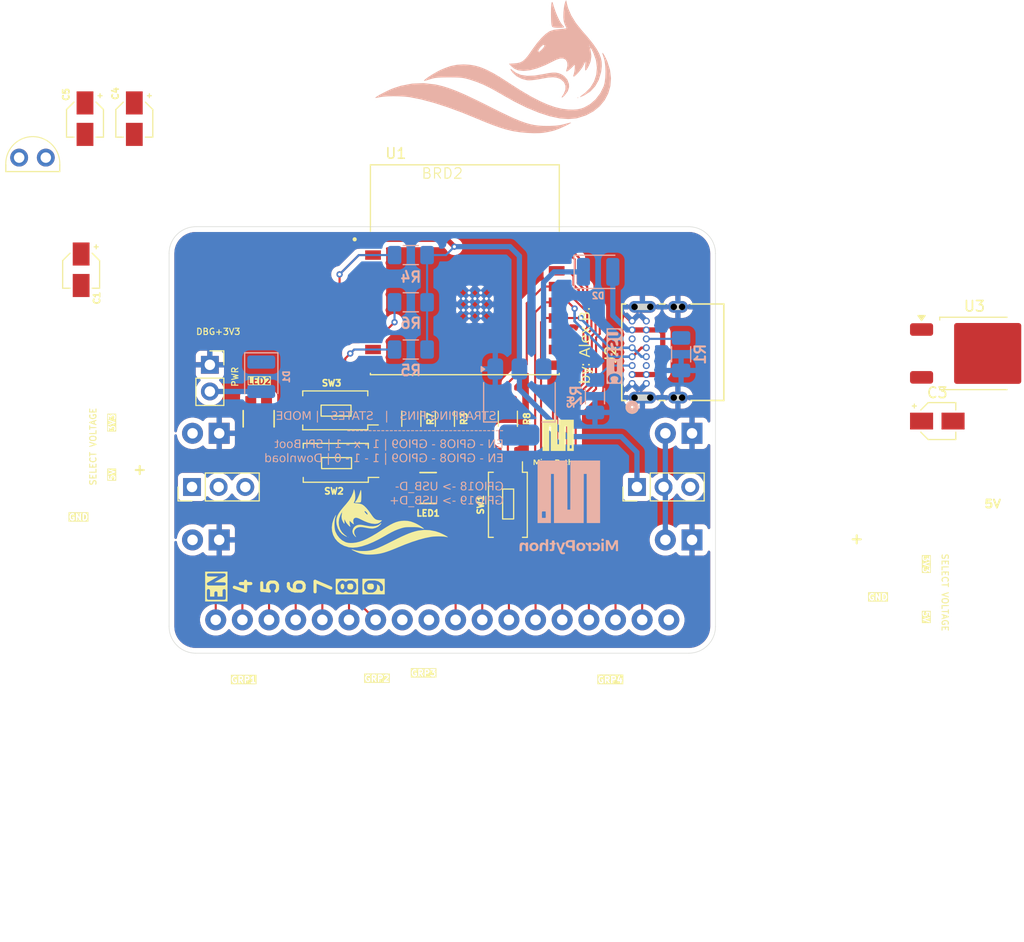
<source format=kicad_pcb>
(kicad_pcb (version 20241229) (generator "pcbnew") (generator_version "9.0")
  (layers (0 "F.Cu" signal) (2 "B.Cu" signal) (13 "F.Paste" user) (15 "B.Paste" user) (5 "F.SilkS" user "F.Silkscreen") (7 "B.SilkS" user "B.Silkscreen") (1 "F.Mask" user) (3 "B.Mask" user) (25 "Edge.Cuts" user))
  (net 0 "")
  (net 1 "/VCC1")
  (net 2 "GND")
  (net 3 "+5V")
  (net 4 "/VDC")
  (net 5 "Net-(J2-CC2)")
  (net 6 "EN")
  (net 7 "/IO8")
  (net 8 "/IO9")
  (net 9 "/IO6")
  (net 10 "/RXD")
  (net 11 "/IO7")
  (net 12 "/IO4")
  (net 13 "/IO3")
  (net 14 "3V3")
  (net 15 "/IO2")
  (net 16 "/IO0")
  (net 17 "/IO10")
  (net 18 "/IO1")
  (net 19 "/IO5")
  (net 20 "/TXD")
  (net 21 "Net-(J2-CC1)")
  (net 22 "USB_D-")
  (net 24 "USB_D+")
  (net 26 "/VCC2")
  (net 27 "Net-(LED1-GND-Pad1)")
  (net 30 "Net-(LED1-GND-Pad4)")
  (net 31 "Net-(R8-Pad2)")
  (net 32 "VUSB")
  (net 33 "Net-(D2-A)")
  (net 36 "Net-(D1-K)")
  (footprint "Alexander Footprint Library:SW_PUSH_6x3.5mm" (layer "F.Cu") (at 143.74 80.15 -90)
    (property "Reference" "SW1" (at 3.25 2.6 90) (layer "F.SilkS") (effects (font (size 0.6 0.6))))
    (property "Value" "SW_Push_SMD_6x3.5")
    (pad "1" smd rect (at 0 0) (size 2.25 2.25) (layers "F.Cu" "F.Mask" "F.Paste") (net 31 "Net-(R8-Pad2)"))
    (pad "2" smd oval (at 6.5 0) (size 2.25 2.25) (layers "F.Cu" "F.Mask" "F.Paste") (net 2 "GND"))
  )
  (footprint "Resistor_SMD:R_1206_3216Metric_Pad1.30x1.75mm_HandSolder" (layer "F.Cu") (at 137.74 75.2 -90)
    (property "Reference" "R3" (at 0 -1.82 90) (layer "F.SilkS") (effects (font (size 0.6 0.6))))
    (property "Value" "5k1")
    (pad "1" smd roundrect (at -1.55 0 270) (size 1.3 1.75) (layers "F.Cu" "F.Mask" "F.Paste") (roundrect_rratio 0.192308) (net 2 "GND"))
    (pad "2" smd roundrect (at 1.55 0 270) (size 1.3 1.75) (layers "F.Cu" "F.Mask" "F.Paste") (roundrect_rratio 0.192308) (net 30 "Net-(LED1-GND-Pad4)"))
  )
  (footprint "Alexander Footprint Library:Conn_Debug_1x02_P2.54mm" (layer "F.Cu") (at 97.165 50.3125 90)
    (property "Reference" "J6" (hide yes))
    (property "Value" "Debug_3V3")
    (pad "1" thru_hole circle (at 0 0 90) (size 1.7 1.7) (drill 1) (layers "*.Cu" "*.Mask") (net 14 "3V3"))
    (pad "1" thru_hole oval (at 0 2.54 90) (size 1.7 1.7) (drill 1) (layers "*.Cu" "*.Mask") (net 14 "3V3"))
  )
  (footprint "Alexander Footprint Library:USB-C_GCT CONN16_USB4085-GF-A" (layer "F.Cu") (at 155.582435 71.835557 90)
    (property "Reference" "J2" (at 2.735557 -2.042435 90) (layer "F.SilkS"))
    (property "Value" "USB-C_Receptacle_Data_16P_GCT-USB4085")
    (fp_line (start 7.299985 1.7293) (end 7.299985 0.2307) (stroke (width 0.6096)) (layer "Edge.Cuts"))
    (fp_line (start -1.35 1.729301) (end -1.35 0.230701) (stroke (width 0.6096)) (layer "Edge.Cuts"))
    (fp_line (start 7.299985 4.7587) (end 7.299985 3.9713) (stroke (width 0.6096)) (layer "Edge.Cuts"))
    (fp_line (start -1.349985 4.7587) (end -1.349985 3.9713) (stroke (width 0.6096)) (layer "Edge.Cuts"))
    (pad "" np_thru_hole circle (at -1.35 0.230701 90) (size 0.6096 0.6096) (drill 0.6096) (layers))
    (pad "" np_thru_hole circle (at -1.35 1.729301 90) (size 0.6096 0.6096) (drill 0.6096) (layers))
    (pad "" np_thru_hole circle (at -1.349985 3.9713 90) (size 0.6096 0.6096) (drill 0.6096) (layers))
    (pad "" np_thru_hole circle (at -1.349985 4.7587 90) (size 0.6096 0.6096) (drill 0.6096) (layers))
    (pad "" np_thru_hole circle (at 7.299985 0.2307 90) (size 0.6096 0.6096) (drill 0.6096) (layers))
    (pad "" np_thru_hole circle (at 7.299985 1.7293 90) (size 0.6096 0.6096) (drill 0.6096) (layers))
    (pad "" np_thru_hole circle (at 7.299985 3.9713 90) (size 0.6096 0.6096) (drill 0.6096) (layers))
    (pad "" np_thru_hole circle (at 7.299985 4.7587 90) (size 0.6096 0.6096) (drill 0.6096) (layers))
    (pad "A1" thru_hole circle (at 0 0 90) (size 0.6604 0.6604) (drill 0.4064) (layers "*.Cu" "*.Mask") (net 2 "GND"))
    (pad "A4" thru_hole circle (at 0.850001 0 90) (size 0.6604 0.6604) (drill 0.4064) (layers "*.Cu" "*.Mask") (net 33 "Net-(D2-A)"))
    (pad "A5" thru_hole circle (at 1.699999 0 90) (size 0.6604 0.6604) (drill 0.4064) (layers "*.Cu" "*.Mask") (net 21 "Net-(J2-CC1)"))
    (pad "A6" thru_hole circle (at 2.55 0 90) (size 0.6604 0.6604) (drill 0.4064) (layers "*.Cu" "*.Mask") (net 24 "USB_D+"))
    (pad "A7" thru_hole circle (at 3.400001 0 90) (size 0.6604 0.6604) (drill 0.4064) (layers "*.Cu" "*.Mask") (net 22 "USB_D-"))
    (pad "A8" thru_hole circle (at 4.250002 0 90) (size 0.6604 0.6604) (drill 0.4064) (layers "*.Cu" "*.Mask"))
    (pad "A9" thru_hole circle (at 5.1 0 90) (size 0.6604 0.6604) (drill 0.4064) (layers "*.Cu" "*.Mask") (net 33 "Net-(D2-A)"))
    (pad "A12" thru_hole circle (at 5.950001 0 90) (size 0.6604 0.6604) (drill 0.4064) (layers "*.Cu" "*.Mask") (net 2 "GND"))
    (pad "B1" thru_hole circle (at 5.950001 1.35 90) (size 0.6604 0.6604) (drill 0.4064) (layers "*.Cu" "*.Mask") (net 2 "GND"))
    (pad "B4" thru_hole circle (at 5.1 1.35 90) (size 0.6604 0.6604) (drill 0.4064) (layers "*.Cu" "*.Mask") (net 33 "Net-(D2-A)"))
    (pad "B5" thru_hole circle (at 4.250002 1.35 90) (size 0.6604 0.6604) (drill 0.4064) (layers "*.Cu" "*.Mask") (net 5 "Net-(J2-CC2)"))
    (pad "B6" thru_hole circle (at 3.400001 1.35 90) (size 0.6604 0.6604) (drill 0.4064) (layers "*.Cu" "*.Mask") (net 24 "USB_D+"))
    (pad "B7" thru_hole circle (at 2.55 1.35 90) (size 0.6604 0.6604) (drill 0.4064) (layers "*.Cu" "*.Mask") (net 22 "USB_D-"))
    (pad "B8" thru_hole circle (at 1.699999 1.35 90) (size 0.6604 0.6604) (drill 0.4064) (layers "*.Cu" "*.Mask"))
    (pad "B9" thru_hole circle (at 0.850001 1.35 90) (size 0.6604 0.6604) (drill 0.4064) (layers "*.Cu" "*.Mask") (net 33 "Net-(D2-A)"))
    (pad "B12" thru_hole circle (at 0 1.35 90) (size 0.6604 0.6604) (drill 0.4064) (layers "*.Cu" "*.Mask") (net 2 "GND"))
    (pad "S1" thru_hole oval (at -1.349985 4.365 180) (size 1.905 1.1176) (drill 0.0254) (layers "*.Cu" "*.Mask") (net 2 "GND"))
    (pad "S2" thru_hole oval (at 7.299985 4.365 180) (size 1.905 1.1176) (drill 0.0254) (layers "*.Cu" "*.Mask") (net 2 "GND"))
    (pad "S3" thru_hole oval (at -1.35 0.980001 180) (size 2.6162 1.1176) (drill 0.0254) (layers "*.Cu" "*.Mask") (net 2 "GND"))
    (pad "S4" thru_hole oval (at 7.299985 0.98 180) (size 2.6162 1.1176) (drill 0.0254) (layers "*.Cu" "*.Mask") (net 2 "GND"))
  )
  (footprint "Capacitor_SMD:CP_Elec_3x5.3" (layer "F.Cu") (at 184.665 75.42)
    (property "Reference" "C3" (at 0 -2.7 0) (layer "F.SilkS"))
    (property "Value" "1uF")
    (pad "1" smd rect (at -1.5 0) (size 2.2 1.6) (layers "F.Cu" "F.Mask" "F.Paste") (net 3 "+5V"))
    (pad "2" smd rect (at 1.5 0) (size 2.2 1.6) (layers "F.Cu" "F.Mask" "F.Paste") (net 2 "GND"))
  )
  (footprint "LOGO" (layer "F.Cu") (at 132.54 85)
    (property "Reference" "G***" (hide yes))
    (property "Value" "LOGO" (hide yes))
  )
  (footprint "Alexander Footprint Library:LED_B1552_HVK-M" (layer "F.Cu") (at 136.14 81.8)
    (property "Reference" "LED1" (at 0 2.4 0) (layer "F.SilkS") (effects (font (size 0.6 0.6))))
    (property "Value" "LED-RED-GREEN-B1552USUG20D")
    (pad "1" smd rect (at -1.6002 -0.750001) (size 1.1176 1.0414) (layers "F.Cu" "F.Mask" "F.Paste") (net 27 "Net-(LED1-GND-Pad1)"))
    (pad "2" smd rect (at -1.6002 0.750001) (size 1.1176 1.0414) (layers "F.Cu" "F.Mask" "F.Paste") (net 14 "3V3"))
    (pad "3" smd rect (at 1.6002 0.750001) (size 1.1176 1.0414) (layers "F.Cu" "F.Mask" "F.Paste") (net 17 "/IO10"))
    (pad "4" smd rect (at 1.6002 -0.750001) (size 1.1176 1.0414) (layers "F.Cu" "F.Mask" "F.Paste") (net 30 "Net-(LED1-GND-Pad4)"))
  )
  (footprint "Capacitor_SMD:CP_Elec_3x5.3" (layer "F.Cu") (at 103.072 61 -90)
    (property "Reference" "C1" (at 2.7 -1.5 90) (layer "F.SilkS") (effects (font (size 0.6 0.6))))
    (property "Value" "1uF")
    (pad "1" smd rect (at -1.5 0 270) (size 2.2 1.6) (layers "F.Cu" "F.Mask" "F.Paste") (net 36 "Net-(D1-K)"))
    (pad "2" smd rect (at 1.5 0 270) (size 2.2 1.6) (layers "F.Cu" "F.Mask" "F.Paste") (net 2 "GND"))
  )
  (footprint "Resistor_SMD:R_1206_3216Metric_Pad1.30x1.75mm_HandSolder" (layer "F.Cu") (at 143.74 75.2 -90)
    (property "Reference" "R8" (at 0 -1.82 90) (layer "F.SilkS") (effects (font (size 0.6 0.6))))
    (property "Value" "2K2")
    (pad "1" smd roundrect (at -1.55 0 270) (size 1.3 1.75) (layers "F.Cu" "F.Mask" "F.Paste") (roundrect_rratio 0.192308) (net 13 "/IO3"))
    (pad "2" smd roundrect (at 1.55 0 270) (size 1.3 1.75) (layers "F.Cu" "F.Mask" "F.Paste") (roundrect_rratio 0.192308) (net 31 "Net-(R8-Pad2)"))
  )
  (footprint "Connector_PinHeader_2.54mm:PinHeader_1x03_P2.54mm_Vertical" (layer "F.Cu") (at 156.04 81.7 90)
    (property "Reference" "J4" (hide yes))
    (property "Value" "PWR_JMP")
    (pad "1" thru_hole rect (at 0 0 90) (size 1.7 1.7) (drill 1) (layers "*.Cu" "*.Mask") (net 14 "3V3"))
    (pad "2" thru_hole oval (at 0 2.54 90) (size 1.7 1.7) (drill 1) (layers "*.Cu" "*.Mask") (net 26 "/VCC2"))
    (pad "3" thru_hole oval (at 0 5.08 90) (size 1.7 1.7) (drill 1) (layers "*.Cu" "*.Mask") (net 3 "+5V"))
  )
  (footprint "Resistor_SMD:R_1206_3216Metric_Pad1.30x1.75mm_HandSolder" (layer "F.Cu") (at 134.54 75.2 -90)
    (property "Reference" "R7" (at 0 -1.82 90) (layer "F.SilkS") (effects (font (size 0.6 0.6))))
    (property "Value" "5k1")
    (pad "1" smd roundrect (at -1.55 0 270) (size 1.3 1.75) (layers "F.Cu" "F.Mask" "F.Paste") (roundrect_rratio 0.192308) (net 2 "GND"))
    (pad "2" smd roundrect (at 1.55 0 270) (size 1.3 1.75) (layers "F.Cu" "F.Mask" "F.Paste") (roundrect_rratio 0.192308) (net 27 "Net-(LED1-GND-Pad1)"))
  )
  (footprint "LOGO" (layer "F.Cu") (at 148.54 77.4)
    (property "Reference" "G***" (hide yes))
    (property "Value" "LOGO" (hide yes))
  )
  (footprint "Alexander Footprint Library:LED_B1552_HVK-M" (layer "F.Cu") (at 119.989999 75.2 -90)
    (property "Reference" "LED2" (at -3.6 -0.050001 0) (layer "F.SilkS" knockout) (effects (font (size 0.6 0.6) (thickness 0.12) (bold yes))))
    (property "Value" "EN")
    (pad "1" smd rect (at -1.6002 -0.750001 270) (size 1.1176 1.0414) (layers "F.Cu" "F.Mask" "F.Paste"))
    (pad "2" smd rect (at -1.6002 0.750001 270) (size 1.1176 1.0414) (layers "F.Cu" "F.Mask" "F.Paste"))
    (pad "3" smd rect (at 1.6002 0.750001 270) (size 1.1176 1.0414) (layers "F.Cu" "F.Mask" "F.Paste"))
    (pad "4" smd rect (at 1.6002 -0.750001 270) (size 1.1176 1.0414) (layers "F.Cu" "F.Mask" "F.Paste"))
  )
  (footprint "Alexander Footprint Library:SW_PUSH_6x3.5mm" (layer "F.Cu") (at 130.59 79.4 180)
    (property "Reference" "SW2" (at 3.42 -2.7 0) (layer "F.SilkS") (effects (font (size 0.6 0.6))))
    (property "Value" "SW_Push_SMD_6x3.5")
    (pad "1" smd rect (at 0 0 270) (size 2.25 2.25) (layers "F.Cu" "F.Mask" "F.Paste") (net 2 "GND"))
    (pad "2" smd oval (at 6.5 0 270) (size 2.25 2.25) (layers "F.Cu" "F.Mask" "F.Paste") (net 6 "EN"))
  )
  (footprint "Package_TO_SOT_SMD:TO-252-2" (layer "F.Cu") (at 188.205 68.975)
    (property "Reference" "U3" (at 0 -4.5 0) (layer "F.SilkS"))
    (property "Value" "L7805")
    (pad "1" smd roundrect (at -5.04 -2.28) (size 2.2 1.2) (layers "F.Cu" "F.Mask" "F.Paste") (roundrect_rratio 0.208333))
    (pad "2" smd roundrect (at 1.26 0) (size 6.4 5.8) (layers "F.Cu" "F.Mask") (roundrect_rratio 0.043103) (net 2 "GND"))
    (pad "3" smd roundrect (at -5.04 2.28) (size 2.2 1.2) (layers "F.Cu" "F.Mask" "F.Paste") (roundrect_rratio 0.208333) (net 3 "+5V"))
  )
  (footprint "Alexander Footprint Library:SW_PUSH_6x3.5mm" (layer "F.Cu") (at 130.54 74.4 180)
    (property "Reference" "SW3" (at 3.6 2.6 0) (layer "F.SilkS") (effects (font (size 0.6 0.6))))
    (property "Value" "SW_Push_SMD_6x3.5")
    (pad "1" smd rect (at 0 0 270) (size 2.25 2.25) (layers "F.Cu" "F.Mask" "F.Paste") (net 8 "/IO9"))
    (pad "2" smd oval (at 6.5 0 270) (size 2.25 2.25) (layers "F.Cu" "F.Mask" "F.Paste") (net 2 "GND"))
  )
  (footprint "Connector_PinSocket_2.54mm:PinSocket_1x02_P2.54mm_Vertical" (layer "F.Cu") (at 115.34 70.06)
    (property "Reference" "J1" (hide yes))
    (property "Value" "PWR")
    (pad "1" thru_hole rect (at 0 0) (size 1.7 1.7) (drill 1) (layers "*.Cu" "*.Mask") (net 2 "GND"))
    (pad "2" thru_hole oval (at 0 2.54) (size 1.7 1.7) (drill 1) (layers "*.Cu" "*.Mask") (net 4 "/VDC"))
  )
  (footprint "Capacitor_SMD:CP_Elec_3x5.3" (layer "F.Cu") (at 103.44 46.6 -90)
    (property "Reference" "C5" (at -2.3 1.8 90) (layer "F.SilkS") (effects (font (size 0.6 0.6))))
    (property "Value" "0.1uF")
    (pad "1" smd rect (at -1.5 0 270) (size 2.2 1.6) (layers "F.Cu" "F.Mask" "F.Paste") (net 14 "3V3"))
    (pad "2" smd rect (at 1.5 0 270) (size 2.2 1.6) (layers "F.Cu" "F.Mask" "F.Paste") (net 2 "GND"))
  )
  (footprint "Alexander Footprint Library:ESP32-C3-WROOM-02-H4" (layer "F.Cu") (at 139.64 61)
    (property "Reference" "U1" (at -6.575 -11.085 0) (layer "F.SilkS"))
    (property "Value" "ESP32-C3-WROOM-02-N4")
    (pad "1" smd rect (at -8.75 -2.9) (size 1.5 0.9) (layers "F.Cu" "F.Mask" "F.Paste") (net 14 "3V3"))
    (pad "2" smd rect (at -8.75 -1.4) (size 1.5 0.9) (layers "F.Cu" "F.Mask" "F.Paste") (net 6 "EN"))
    (pad "3" smd rect (at -8.75 0.1) (size 1.5 0.9) (layers "F.Cu" "F.Mask" "F.Paste") (net 12 "/IO4"))
    (pad "4" smd rect (at -8.75 1.6) (size 1.5 0.9) (layers "F.Cu" "F.Mask" "F.Paste") (net 19 "/IO5"))
    (pad "5" smd rect (at -8.75 3.1) (size 1.5 0.9) (layers "F.Cu" "F.Mask" "F.Paste") (net 9 "/IO6"))
    (pad "6" smd rect (at -8.75 4.6) (size 1.5 0.9) (layers "F.Cu" "F.Mask" "F.Paste") (net 11 "/IO7"))
    (pad "7" smd rect (at -8.75 6.1) (size 1.5 0.9) (layers "F.Cu" "F.Mask" "F.Paste") (net 7 "/IO8"))
    (pad "8" smd rect (at -8.75 7.6) (size 1.5 0.9) (layers "F.Cu" "F.Mask" "F.Paste") (net 8 "/IO9"))
    (pad "9" smd rect (at -8.75 9.1) (size 1.5 0.9) (layers "F.Cu" "F.Mask" "F.Paste") (net 2 "GND"))
    (pad "10" smd rect (at 8.75 9.1) (size 1.5 0.9) (layers "F.Cu" "F.Mask" "F.Paste") (net 17 "/IO10"))
    (pad "11" smd rect (at 8.75 7.6) (size 1.5 0.9) (layers "F.Cu" "F.Mask" "F.Paste") (net 10 "/RXD"))
    (pad "12" smd rect (at 8.75 6.1) (size 1.5 0.9) (layers "F.Cu" "F.Mask" "F.Paste") (net 20 "/TXD"))
    (pad "13" smd rect (at 8.75 4.6) (size 1.5 0.9) (layers "F.Cu" "F.Mask" "F.Paste") (net 22 "USB_D-"))
    (pad "14" smd rect (at 8.75 3.1) (size 1.5 0.9) (layers "F.Cu" "F.Mask" "F.Paste") (net 24 "USB_D+"))
    (pad "15" smd rect (at 8.75 1.6) (size 1.5 0.9) (layers "F.Cu" "F.Mask" "F.Paste") (net 13 "/IO3"))
    (pad "16" smd rect (at 8.75 0.1) (size 1.5 0.9) (layers "F.Cu" "F.Mask" "F.Paste") (net 15 "/IO2"))
    (pad "17" smd rect (at 8.75 -1.4) (size 1.5 0.9) (layers "F.Cu" "F.Mask" "F.Paste") (net 18 "/IO1"))
    (pad "18" smd rect (at 8.75 -2.9) (size 1.5 0.9) (layers "F.Cu" "F.Mask" "F.Paste") (net 16 "/IO0"))
    (pad "19" smd rect (at -0.14 2.2) (size 0.7 0.7) (layers "F.Cu" "F.Mask" "F.Paste") (net 2 "GND"))
    (pad "20" smd rect (at 0.96 2.2) (size 0.7 0.7) (layers "F.Cu" "F.Mask" "F.Paste") (net 2 "GND"))
    (pad "21" smd rect (at 2.06 2.2) (size 0.7 0.7) (layers "F.Cu" "F.Mask" "F.Paste") (net 2 "GND"))
    (pad "22" smd rect (at -0.14 3.3) (size 0.7 0.7) (layers "F.Cu" "F.Mask" "F.Paste") (net 2 "GND"))
    (pad "23" smd rect (at 0.96 3.3) (size 0.7 0.7) (layers "F.Cu" "F.Mask" "F.Paste") (net 2 "GND"))
    (pad "24" smd rect (at 2.06 3.3) (size 0.7 0.7) (layers "F.Cu" "F.Mask" "F.Paste") (net 2 "GND"))
    (pad "25" smd rect (at -0.14 4.4) (size 0.7 0.7) (layers "F.Cu" "F.Mask" "F.Paste") (net 2 "GND"))
    (pad "26" smd rect (at 0.96 4.4) (size 0.7 0.7) (layers "F.Cu" "F.Mask" "F.Paste") (net 2 "GND"))
    (pad "27" smd rect (at 2.06 4.4) (size 0.7 0.7) (layers "F.Cu" "F.Mask" "F.Paste") (net 2 "GND"))
    (pad "28" thru_hole circle (at 0.41 2.2) (size 0.4 0.4) (drill 0.3) (layers "*.Cu") (net 2 "GND"))
    (pad "29" thru_hole circle (at 1.51 2.2) (size 0.4 0.4) (drill 0.3) (layers "*.Cu") (net 2 "GND"))
    (pad "30" thru_hole circle (at -0.14 2.75) (size 0.4 0.4) (drill 0.3) (layers "*.Cu") (net 2 "GND"))
    (pad "31" thru_hole circle (at 0.96 2.75) (size 0.4 0.4) (drill 0.3) (layers "*.Cu") (net 2 "GND"))
    (pad "32" thru_hole circle (at 2.06 2.75) (size 0.4 0.4) (drill 0.3) (layers "*.Cu") (net 2 "GND"))
    (pad "33" thru_hole circle (at 0.41 3.3) (size 0.4 0.4) (drill 0.3) (layers "*.Cu") (net 2 "GND"))
    (pad "34" thru_hole circle (at 1.51 3.3) (size 0.4 0.4) (drill 0.3) (layers "*.Cu") (net 2 "GND"))
    (pad "35" thru_hole circle (at -0.14 3.85) (size 0.4 0.4) (drill 0.3) (layers "*.Cu") (net 2 "GND"))
    (pad "36" thru_hole circle (at 0.96 3.85) (size 0.4 0.4) (drill 0.3) (layers "*.Cu") (net 2 "GND"))
    (pad "37" thru_hole circle (at 2.06 3.85) (size 0.4 0.4) (drill 0.3) (layers "*.Cu") (net 2 "GND"))
    (pad "38" thru_hole circle (at 0.41 4.4) (size 0.4 0.4) (drill 0.3) (layers "*.Cu") (net 2 "GND"))
    (pad "39" thru_hole circle (at 1.51 4.4) (size 0.4 0.4) (drill 0.3) (layers "*.Cu") (net 2 "GND"))
    (zone (net 0) (net_name "") (layer "F.Cu") (connect_pads (clearance 0)) (min_thickness 0.01)
      (keepout (tracks not_allowed) (vias not_allowed) (pads not_allowed) (copperpour not_allowed) (footprints allowed))
      (fill (thermal_gap 0.508) (thermal_bridge_width 0.508))
      (polygon (pts (xy 130.64 51) (xy 148.64 51) (xy 148.64 57) (xy 130.64 57)))
    )
    (zone (net 0) (net_name "") (layer "B.Cu") (connect_pads (clearance 0)) (min_thickness 0.01)
      (keepout (tracks not_allowed) (vias not_allowed) (pads not_allowed) (copperpour not_allowed) (footprints allowed))
      (fill (thermal_gap 0.508) (thermal_bridge_width 0.508))
      (polygon (pts (xy 130.64 51) (xy 148.64 51) (xy 148.64 57) (xy 130.64 57)))
    )
  )
  (footprint "Alexander Footprints Library:Breadboard_PowerRails" (layer "F.Cu") (at 137.489 56.9)
    (property "Reference" "BRD2" (at 0 -5.08 0) (layer "F.SilkS") (effects (font (thickness 0.1))))
    (property "Value" "18pins")
    (fp_line (start -26.035 38.1) (end -26.035 2.54) (stroke (width 0.05)) (layer "Edge.Cuts"))
    (fp_line (start -23.495 40.64) (end 23.495 40.64) (stroke (width 0.05)) (layer "Edge.Cuts"))
    (fp_line (start 23.495 0) (end -23.495 0) (stroke (width 0.05)) (layer "Edge.Cuts"))
    (fp_line (start 26.035 38.1) (end 26.035 2.54) (stroke (width 0.05)) (layer "Edge.Cuts"))
    (fp_arc (start -26.035 2.54) (mid -25.291051 0.743949) (end -23.495 0) (stroke (width 0.05)) (layer "Edge.Cuts"))
    (fp_arc (start -23.495 40.64) (mid -25.291051 39.896051) (end -26.035 38.1) (stroke (width 0.05)) (layer "Edge.Cuts"))
    (fp_arc (start 23.495 0) (mid 25.291051 0.743949) (end 26.035 2.54) (stroke (width 0.05)) (layer "Edge.Cuts"))
    (fp_arc (start 26.035 38.1) (mid 25.291051 39.896051) (end 23.495 40.64) (stroke (width 0.05)) (layer "Edge.Cuts"))
    (pad "1" thru_hole circle (at -21.59 37.465) (size 2 2) (drill 1) (layers "*.Cu" "*.Mask") (net 6 "EN"))
    (pad "2" thru_hole circle (at -19.05 37.465) (size 2 2) (drill 1) (layers "*.Cu" "*.Mask") (net 12 "/IO4"))
    (pad "3" thru_hole circle (at -16.51 37.465) (size 2 2) (drill 1) (layers "*.Cu" "*.Mask") (net 19 "/IO5"))
    (pad "4" thru_hole circle (at -13.97 37.465) (size 2 2) (drill 1) (layers "*.Cu" "*.Mask") (net 9 "/IO6"))
    (pad "5" thru_hole circle (at -11.43 37.465) (size 2 2) (drill 1) (layers "*.Cu" "*.Mask") (net 11 "/IO7"))
    (pad "6" thru_hole circle (at -8.89 37.465) (size 2 2) (drill 1) (layers "*.Cu" "*.Mask") (net 7 "/IO8"))
    (pad "7" thru_hole circle (at -6.35 37.465) (size 2 2) (drill 1) (layers "*.Cu" "*.Mask") (net 8 "/IO9"))
    (pad "8" thru_hole circle (at -3.81 37.465) (size 2 2) (drill 1) (layers "*.Cu" "*.Mask") (net 17 "/IO10"))
    (pad "9" thru_hole circle (at -1.27 37.465) (size 2 2) (drill 1) (layers "*.Cu" "*.Mask"))
    (pad "10" thru_hole circle (at 1.27 37.465) (size 2 2) (drill 1) (layers "*.Cu" "*.Mask") (net 24 "USB_D+"))
    (pad "11" thru_hole circle (at 3.81 37.465) (size 2 2) (drill 1) (layers "*.Cu" "*.Mask") (net 22 "USB_D-"))
    (pad "12" thru_hole circle (at 6.35 37.465) (size 2 2) (drill 1) (layers "*.Cu" "*.Mask") (net 10 "/RXD"))
    (pad "13" thru_hole circle (at 8.89 37.465) (size 2 2) (drill 1) (layers "*.Cu" "*.Mask") (net 20 "/TXD"))
    (pad "14" thru_hole circle (at 11.43 37.465) (size 2 2) (drill 1) (layers "*.Cu" "*.Mask") (net 13 "/IO3"))
    (pad "15" thru_hole circle (at 13.97 37.465) (size 2 2) (drill 1) (layers "*.Cu" "*.Mask") (net 15 "/IO2"))
    (pad "16" thru_hole circle (at 16.51 37.465) (size 2 2) (drill 1) (layers "*.Cu" "*.Mask") (net 18 "/IO1"))
    (pad "17" thru_hole circle (at 19.05 37.465) (size 2 2) (drill 1) (layers "*.Cu" "*.Mask") (net 16 "/IO0"))
    (pad "18" thru_hole circle (at 21.59 37.465) (size 2 2) (drill 1) (layers "*.Cu" "*.Mask"))
    (pad "G1" thru_hole rect (at -21.26 19.685) (size 2 2) (drill 1) (layers "*.Cu" "*.Mask") (net 2 "GND"))
    (pad "G1" thru_hole rect (at -21.26 29.845) (size 2 2) (drill 1) (layers "*.Cu" "*.Mask") (net 2 "GND"))
    (pad "G2" thru_hole rect (at 23.8 19.685) (size 2 2) (drill 1) (layers "*.Cu" "*.Mask") (net 2 "GND"))
    (pad "G2" thru_hole rect (at 23.8 29.845) (size 2 2) (drill 1) (layers "*.Cu" "*.Mask") (net 2 "GND"))
    (pad "V1" thru_hole circle (at -23.8 19.685) (size 2 2) (drill 1) (layers "*.Cu" "*.Mask") (net 1 "/VCC1"))
    (pad "V1" thru_hole circle (at -23.8 29.845) (size 2 2) (drill 1) (layers "*.Cu" "*.Mask") (net 1 "/VCC1"))
    (pad "V2" thru_hole circle (at 21.26 19.685) (size 2 2) (drill 1) (layers "*.Cu" "*.Mask") (net 26 "/VCC2"))
    (pad "V2" thru_hole circle (at 21.26 29.845) (size 2 2) (drill 1) (layers "*.Cu" "*.Mask") (net 26 "/VCC2"))
  )
  (footprint "Connector_PinHeader_2.54mm:PinHeader_1x03_P2.54mm_Vertical" (layer "F.Cu") (at 113.637 81.7 90)
    (property "Reference" "J3" (hide yes))
    (property "Value" "PWR_JMP")
    (pad "1" thru_hole rect (at 0 0 90) (size 1.7 1.7) (drill 1) (layers "*.Cu" "*.Mask") (net 14 "3V3"))
    (pad "2" thru_hole oval (at 0 2.54 90) (size 1.7 1.7) (drill 1) (layers "*.Cu" "*.Mask") (net 1 "/VCC1"))
    (pad "3" thru_hole oval (at 0 5.08 90) (size 1.7 1.7) (drill 1) (layers "*.Cu" "*.Mask") (net 3 "+5V"))
  )
  (footprint "Capacitor_SMD:CP_Elec_3x5.3" (layer "F.Cu") (at 108.14 46.6 -90)
    (property "Reference" "C4" (at -2.4 1.8 90) (layer "F.SilkS") (effects (font (size 0.6 0.6))))
    (property "Value" "10uF")
    (pad "1" smd rect (at -1.5 0 270) (size 2.2 1.6) (layers "F.Cu" "F.Mask" "F.Paste") (net 14 "3V3"))
    (pad "2" smd rect (at 1.5 0 270) (size 2.2 1.6) (layers "F.Cu" "F.Mask" "F.Paste") (net 2 "GND"))
  )
  (footprint "Resistor_SMD:R_1206_3216Metric_Pad1.30x1.75mm_HandSolder" (layer "B.Cu") (at 134.49 68.6 180)
    (property "Reference" "R5" (at 0 -2 0) (layer "B.SilkS") (effects (font (thickness 0.2) (bold yes)) (justify mirror)))
    (property "Value" "10k")
    (pad "1" smd roundrect (at -1.55 0 180) (size 1.3 1.75) (layers "B.Cu" "B.Mask" "B.Paste") (roundrect_rratio 0.192308) (net 14 "3V3"))
    (pad "2" smd roundrect (at 1.55 0 180) (size 1.3 1.75) (layers "B.Cu" "B.Mask" "B.Paste") (roundrect_rratio 0.192308) (net 8 "/IO9"))
  )
  (footprint "Diode_SMD:D_1210_3225Metric" (layer "B.Cu") (at 152.34 61.2)
    (property "Reference" "D2" (at 0 2.28 0) (layer "B.SilkS") (effects (font (size 0.6 0.6)) (justify mirror)))
    (property "Value" "D")
    (pad "1" smd roundrect (at -1.4 0) (size 1.25 2.65) (layers "B.Cu" "B.Mask" "B.Paste") (roundrect_rratio 0.2) (net 32 "VUSB"))
    (pad "2" smd roundrect (at 1.4 0) (size 1.25 2.65) (layers "B.Cu" "B.Mask" "B.Paste") (roundrect_rratio 0.2) (net 33 "Net-(D2-A)"))
  )
  (footprint "Resistor_SMD:R_1206_3216Metric_Pad1.30x1.75mm_HandSolder" (layer "B.Cu") (at 160.25 69.05 90)
    (property "Reference" "R1" (at 0 1.82 90) (layer "B.SilkS") (effects (font (thickness 0.2) (bold yes)) (justify mirror)))
    (property "Value" "5k1")
    (pad "1" smd roundrect (at -1.55 0 90) (size 1.3 1.75) (layers "B.Cu" "B.Mask" "B.Paste") (roundrect_rratio 0.192308) (net 2 "GND"))
    (pad "2" smd roundrect (at 1.55 0 90) (size 1.3 1.75) (layers "B.Cu" "B.Mask" "B.Paste") (roundrect_rratio 0.192308) (net 5 "Net-(J2-CC2)"))
  )
  (footprint "Resistor_SMD:R_1206_3216Metric_Pad1.30x1.75mm_HandSolder" (layer "B.Cu") (at 152.04 73.05 90)
    (property "Reference" "R2" (at 0.06 -1.8 90) (layer "B.SilkS") (effects (font (thickness 0.2) (bold yes)) (justify mirror)))
    (property "Value" "5k1")
    (pad "1" smd roundrect (at -1.55 0 90) (size 1.3 1.75) (layers "B.Cu" "B.Mask" "B.Paste") (roundrect_rratio 0.192308) (net 2 "GND"))
    (pad "2" smd roundrect (at 1.55 0 90) (size 1.3 1.75) (layers "B.Cu" "B.Mask" "B.Paste") (roundrect_rratio 0.192308) (net 21 "Net-(J2-CC1)"))
  )
  (footprint "LOGO" (layer "B.Cu") (at 142.24 41.6 180)
    (property "Reference" "G***" (hide yes))
    (property "Value" "LOGO" (hide yes))
  )
  (footprint "Alexander Footprint Library:AMS1117 SOT-223" (layer "B.Cu") (at 144.84 73.6 -90)
    (property "Reference" "U2" (at 0 -4.9 90) (layer "B.SilkS") (effects (font (size 0.6 0.6)) (justify mirror)))
    (property "Value" "AMS1117-3V3")
    (pad "1" smd roundrect (at -3.15 2.3 270) (size 2 1.5) (layers "B.Cu" "B.Mask" "B.Paste") (net 2 "GND"))
    (pad "2" smd roundrect (at -3.15 0 270) (size 2 1.5) (layers "B.Cu" "B.Mask" "B.Paste") (net 14 "3V3"))
    (pad "3" smd roundrect (at -3.15 -2.3 270) (size 2 1.5) (layers "B.Cu" "B.Mask" "B.Paste") (net 32 "VUSB"))
    (pad "4" smd roundrect (at 3.15 0 270) (size 2 3.8) (layers "B.Cu" "B.Mask" "B.Paste"))
  )
  (footprint "Resistor_SMD:R_1206_3216Metric_Pad1.30x1.75mm_HandSolder" (layer "B.Cu") (at 134.49 59.6 180)
    (property "Reference" "R4" (at 0 -2.1 0) (layer "B.SilkS") (effects (font (thickness 0.2) (bold yes)) (justify mirror)))
    (property "Value" "10k")
    (pad "1" smd roundrect (at -1.55 0 180) (size 1.3 1.75) (layers "B.Cu" "B.Mask" "B.Paste") (roundrect_rratio 0.192308) (net 14 "3V3"))
    (pad "2" smd roundrect (at 1.55 0 180) (size 1.3 1.75) (layers "B.Cu" "B.Mask" "B.Paste") (roundrect_rratio 0.192308) (net 6 "EN"))
  )
  (footprint "Resistor_SMD:R_1206_3216Metric_Pad1.30x1.75mm_HandSolder" (layer "B.Cu") (at 134.49 64.1 180)
    (property "Reference" "R6" (at 0 -2 0) (layer "B.SilkS") (effects (font (thickness 0.2) (bold yes)) (justify mirror)))
    (property "Value" "2K2")
    (pad "1" smd roundrect (at -1.55 0 180) (size 1.3 1.75) (layers "B.Cu" "B.Mask" "B.Paste") (roundrect_rratio 0.192308) (net 14 "3V3"))
    (pad "2" smd roundrect (at 1.55 0 180) (size 1.3 1.75) (layers "B.Cu" "B.Mask" "B.Paste") (roundrect_rratio 0.192308) (net 7 "/IO8"))
  )
  (footprint "LOGO" (layer "B.Cu") (at 149.54 83.4 180)
    (property "Reference" "G***" (hide yes))
    (property "Value" "LOGO" (hide yes))
  )
  (footprint "Diode_SMD:D_1210_3225Metric" (layer "B.Cu") (at 120.24 71.2 -90)
    (property "Reference" "D1" (at 0 -2.4 90) (layer "B.SilkS") (effects (font (size 0.6 0.6)) (justify mirror)))
    (property "Value" "D")
    (pad "1" smd roundrect (at -1.4 0 270) (size 1.25 2.65) (layers "B.Cu" "B.Mask" "B.Paste") (roundrect_rratio 0.2) (net 36 "Net-(D1-K)"))
    (pad "2" smd roundrect (at 1.4 0 270) (size 1.25 2.65) (layers "B.Cu" "B.Mask" "B.Paste") (roundrect_rratio 0.2) (net 4 "/VDC"))
  )
  (gr_text "DBG+3V3" (at 116.14 66.9 0) (layer "F.SilkS") (effects (font (size 0.6 0.6) (thickness 0.1))))
  (gr_text "GRP2" (at 131.266 99.953 0) (layer "F.SilkS" knockout) (effects (font (size 0.6 0.6) (thickness 0.15) (bold yes))))
  (gr_text "8" (at 128.472 91.190001 90) (layer "F.SilkS" knockout) (effects (font (size 1.5 1.5) (thickness 0.3) (bold yes))))
  (gr_text "SELECT VOLTAGE" (at 185.39 91.759 -90) (layer "F.SilkS") (effects (font (size 0.6 0.6) (thickness 0.1))))
  (gr_text "GRP3" (at 135.711 99.445 0) (layer "F.SilkS" knockout) (effects (font (size 0.6 0.6) (thickness 0.15) (bold yes))))
  (gr_text "GND" (at 179.018 92.206 0) (layer "F.SilkS" knockout) (effects (font (size 0.6 0.6) (thickness 0.15) (bold yes))))
  (gr_text "5V" (at 183.59 94.059 270) (layer "F.SilkS" knockout) (effects (font (size 0.6 0.6) (thickness 0.12) (bold yes))))
  (gr_text "EN" (at 116.026 91.19 90) (layer "F.SilkS" knockout) (effects (font (size 1.5 1.5) (thickness 0.3) (bold yes))))
  (gr_text "GRP1" (at 118.566 100.08 0) (layer "F.SilkS" knockout) (effects (font (size 0.6 0.6) (thickness 0.15) (bold yes))))
  (gr_text "3V3" (at 106.015 75.555 90) (layer "F.SilkS" knockout) (effects (font (size 0.6 0.6) (thickness 0.12) (bold yes))))
  (gr_text "+" (at 108.66 80.014 0) (layer "F.SilkS") (effects (font (size 1 1) (thickness 0.2) (bold yes))))
  (gr_text "PWR" (at 117.74 71.2 90) (layer "F.SilkS") (effects (font (size 0.6 0.6) (thickness 0.1))))
  (gr_text "5" (at 121.106 91.190001 90) (layer "F.SilkS") (effects (font (size 1.5 1.5) (thickness 0.3) (bold yes))))
  (gr_text "SELECT VOLTAGE" (at 104.215 77.855 90) (layer "F.SilkS") (effects (font (size 0.6 0.6) (thickness 0.1))))
  (gr_text "6" (at 123.646 91.190001 90) (layer "F.SilkS") (effects (font (size 1.5 1.5) (thickness 0.3) (bold yes))))
  (gr_text "by: Alex B." (at 151.14 68.2 90) (layer "F.SilkS") (effects (font (size 1 1) (thickness 0.1))))
  (gr_text "3V3" (at 183.59 89.059 270) (layer "F.SilkS" knockout) (effects (font (size 0.6 0.6) (thickness 0.12) (bold yes))))
  (gr_text "5V" (at 106.015 80.555 90) (layer "F.SilkS" knockout) (effects (font (size 0.6 0.6) (thickness 0.12) (bold yes))))
  (gr_text "9" (at 131.012 91.190001 90) (layer "F.SilkS" knockout) (effects (font (size 1.5 1.5) (thickness 0.3) (bold yes))))
  (gr_text "5V" (at 189.94 83.316 0) (layer "F.SilkS") (effects (font (size 0.75 0.85) (thickness 0.1875) (bold yes))))
  (gr_text "GND" (at 102.818 84.586 0) (layer "F.SilkS" knockout) (effects (font (size 0.6 0.6) (thickness 0.15) (bold yes))))
  (gr_text "4" (at 118.566 91.190001 90) (layer "F.SilkS") (effects (font (size 1.5 1.5) (thickness 0.3) (bold yes))))
  (gr_text "+" (at 176.986 86.618 0) (layer "F.SilkS") (effects (font (size 1 1) (thickness 0.2) (bold yes))))
  (gr_text "GRP4" (at 153.491 100.08 0) (layer "F.SilkS" knockout) (effects (font (size 0.6 0.6) (thickness 0.15) (bold yes))))
  (gr_text "7" (at 126.186 91.190001 90) (layer "F.SilkS") (effects (font (size 1.5 1.5) (thickness 0.3) (bold yes))))
  (gr_text "USB-C" (at 153.94 69.2 90) (layer "B.SilkS" knockout) (effects (font (size 1 1) (thickness 0.25) (bold yes)) (justify mirror)))
  (gr_text "  STRAPPING PINS   |   STATES   | MODE\n-------------------------------------\nEN - GPIO8 - GPIO9 | 1 - x - 1 | SPI Boot\nEN - GPIO8 - GPIO9 | 1 - 1 - 0 | Download\n\nGPIO18 -> USB_D-\nGPIO19 -> USB_D+" (at 143.34 79 0) (layer "B.SilkS") (effects (font (size 0.8 0.8) (thickness 0.1)) (justify left mirror)))
  (segment (start 115.34 72.6) (end 120.24 72.6) (width 0.5) (layer "B.Cu") (net 4))
  (segment (start 160.164445 67.585555) (end 160.25 67.5) (width 0.2) (layer "B.Cu") (net 5))
  (segment (start 156.932435 67.585555) (end 160.164445 67.585555) (width 0.2) (layer "B.Cu") (net 5))
  (segment (start 127.7 61.44) (end 127.7 64.637254) (width 0.2) (layer "F.Cu") (net 6))
  (segment (start 129.54 59.6) (end 127.7 61.44) (width 0.2) (layer "F.Cu") (net 6))
  (segment (start 127.7 64.637254) (end 125.760358 66.576896) (width 0.2) (layer "F.Cu") (net 6))
  (segment (start 130.89 59.6) (end 129.54 59.6) (width 0.2) (layer "F.Cu") (net 6))
  (segment (start 125.760358 81.536585) (end 115.899 91.397943) (width 0.2) (layer "F.Cu") (net 6))
  (segment (start 115.899 91.397943) (end 115.899 94.365) (width 0.2) (layer "F.Cu") (net 6))
  (segment (start 125.760358 66.576896) (end 125.760358 81.536585) (width 0.2) (layer "F.Cu") (net 6))
  (via (at 127.7 61.44) (size 0.6) (drill 0.3) (layers "F.Cu" "B.Cu") (net 6))
  (segment (start 129.54 59.6) (end 127.7 61.44) (width 0.2) (layer "B.Cu") (net 6))
  (segment (start 132.94 59.6) (end 129.54 59.6) (width 0.2) (layer "B.Cu") (net 6))
  (segment (start 127.842 67.798) (end 128.54 67.1) (width 0.2) (layer "F.Cu") (net 7))
  (segment (start 128.599 94.365) (end 128.599 92.451) (width 0.2) (layer "F.Cu") (net 7))
  (segment (start 127.842 82.2862) (end 127.842 67.798) (width 0.2) (layer "F.Cu") (net 7))
  (segment (start 130.89 67.1) (end 131.84 67.1) (width 0.2) (layer "F.Cu") (net 7))
  (segment (start 127.64 91.492) (end 127.64 82.4882) (width 0.2) (layer "F.Cu") (net 7))
  (segment (start 128.599 92.451) (end 127.64 91.492) (width 0.2) (layer "F.Cu") (net 7))
  (segment (start 131.84 67.1) (end 132.94 66) (width 0.2) (layer "F.Cu") (net 7))
  (segment (start 128.54 67.1) (end 130.89 67.1) (width 0.2) (layer "F.Cu") (net 7))
  (segment (start 127.64 82.4882) (end 127.842 82.2862) (width 0.2) (layer "F.Cu") (net 7))
  (via (at 132.94 66) (size 0.6) (drill 0.3) (layers "F.Cu" "B.Cu") (net 7))
  (segment (start 132.94 66) (end 132.94 64.1) (width 0.2) (layer "B.Cu") (net 7))
  (segment (start 128.543 74.4) (end 128.243 74.7) (width 0.2) (layer "F.Cu") (net 8))
  (segment (start 128.14 82.5553) (end 128.243 82.4523) (width 0.2) (layer "F.Cu") (net 8))
  (segment (start 128.243 74.7) (end 128.243 69.457) (width 0.2) (layer "F.Cu") (net 8))
  (segment (start 128.14 91.366) (end 128.14 82.5553) (width 0.2) (layer "F.Cu") (net 8))
  (segment (start 128.243 82.4523) (end 128.243 74.7) (width 0.2) (layer "F.Cu") (net 8))
  (segment (start 128.243 69.457) (end 128.72 68.98) (width 0.2) (layer "F.Cu") (net 8))
  (segment (start 130.54 74.4) (end 128.543 74.4) (width 0.2) (layer "F.Cu") (net 8))
  (segment (start 129.1 68.6) (end 130.89 68.6) (width 0.2) (layer "F.Cu") (net 8))
  (segment (start 128.72 68.98) (end 129.1 68.6) (width 0.2) (layer "F.Cu") (net 8))
  (segment (start 131.139 94.365) (end 128.14 91.366) (width 0.2) (layer "F.Cu") (net 8))
  (via (at 128.72 68.98) (size 0.6) (drill 0.3) (layers "F.Cu" "B.Cu") (net 8))
  (segment (start 129.1 68.6) (end 128.72 68.98) (width 0.2) (layer "B.Cu") (net 8))
  (segment (start 132.94 68.6) (end 129.1 68.6) (width 0.2) (layer "B.Cu") (net 8))
  (segment (start 123.519 85.475) (end 127.04 81.954) (width 0.2) (layer "F.Cu") (net 9))
  (segment (start 129.2 64.1) (end 130.89 64.1) (width 0.2) (layer "F.Cu") (net 9))
  (segment (start 127.04 81.954) (end 127.04 67.447536) (width 0.2) (layer "F.Cu") (net 9))
  (segment (start 128.9 64.4) (end 129.2 64.1) (width 0.2) (layer "F.Cu") (net 9))
  (segment (start 127.04 67.447536) (end 128.9 65.587536) (width 0.2) (layer "F.Cu") (net 9))
  (segment (start 123.519 94.365) (end 123.519 85.475) (width 0.2) (layer "F.Cu") (net 9))
  (segment (start 128.9 65.587536) (end 128.9 64.4) (width 0.2) (layer "F.Cu") (net 9))
  (segment (start 148.24 73.36) (end 148.24 73.3929) (width 0.2) (layer "F.Cu") (net 10))
  (segment (start 149.74 68.6) (end 150.139 68.999) (width 0.2) (layer "F.Cu") (net 10))
  (segment (start 148.039 73.5939) (end 148.039 88.501) (width 0.2) (layer "F.Cu") (net 10))
  (segment (start 143.839 92.701) (end 143.839 94.365) (width 0.2) (layer "F.Cu") (net 10))
  (segment (start 148.039 88.501) (end 143.839 92.701) (width 0.2) (layer "F.Cu") (net 10))
  (segment (start 150.139 71.461) (end 148.24 73.36) (width 0.2) (layer "F.Cu") (net 10))
  (segment (start 148.39 68.6) (end 149.74 68.6) (width 0.2) (layer "F.Cu") (net 10))
  (segment (start 148.24 73.3929) (end 148.039 73.5939) (width 0.2) (layer "F.Cu") (net 10))
  (segment (start 150.139 68.999) (end 150.139 71.461) (width 0.2) (layer "F.Cu") (net 10))
  (segment (start 127.04 82.716) (end 127.04 82.5211) (width 0.2) (layer "F.Cu") (net 11))
  (segment (start 126.059 94.365) (end 126.059 83.697) (width 0.2) (layer "F.Cu") (net 11))
  (segment (start 129.470439 65.6) (end 130.89 65.6) (width 0.2) (layer "F.Cu") (net 11))
  (segment (start 127.441 67.629439) (end 129.470439 65.6) (width 0.2) (layer "F.Cu") (net 11))
  (segment (start 127.441 82.1201) (end 127.441 67.629439) (width 0.2) (layer "F.Cu") (net 11))
  (segment (start 127.04 82.5211) (end 127.441 82.1201) (width 0.2) (layer "F.Cu") (net 11))
  (segment (start 126.059 83.697) (end 127.04 82.716) (width 0.2) (layer "F.Cu") (net 11))
  (segment (start 118.439 94.365) (end 118.439 89.423628) (width 0.2) (layer "F.Cu") (net 12))
  (segment (start 118.439 89.423628) (end 126.24 81.622628) (width 0.2) (layer "F.Cu") (net 12))
  (segment (start 128.100001 65.039998) (end 128.100001 62.339999) (width 0.2) (layer "F.Cu") (net 12))
  (segment (start 126.24 66.899999) (end 128.100001 65.039998) (width 0.2) (layer "F.Cu") (net 12))
  (segment (start 129.34 61.1) (end 130.89 61.1) (width 0.2) (layer "F.Cu") (net 12))
  (segment (start 128.100001 62.339999) (end 129.34 61.1) (width 0.2) (layer "F.Cu") (net 12))
  (segment (start 126.24 81.622628) (end 126.24 66.899999) (width 0.2) (layer "F.Cu") (net 12))
  (segment (start 143.74 73.65) (end 143.74 71.8) (width 0.2) (layer "F.Cu") (net 13))
  (segment (start 148.39 62.6) (end 149.6 62.6) (width 0.2) (layer "F.Cu") (net 13))
  (segment (start 151.3 66.54) (end 150.94 66.9) (width 0.2) (layer "F.Cu") (net 13))
  (segment (start 151.3 65.051471) (end 151.3 66.54) (width 0.2) (layer "F.Cu") (net 13))
  (segment (start 150.94 71.825686) (end 149 73.765686) (width 0.2) (layer "F.Cu") (net 13))
  (segment (start 145.54 64.2) (end 147.14 62.6) (width 0.2) (layer "F.Cu") (net 13))
  (segment (start 148.919 94.365) (end 148.919 73.8481) (width 0.2) (layer "F.Cu") (net 13))
  (segment (start 147.14 62.6) (end 148.39 62.6) (width 0.2) (layer "F.Cu") (net 13))
  (segment (start 150.1 63.1) (end 150.1 63.851471) (width 0.2) (layer "F.Cu") (net 13))
  (segment (start 148.919 73.8481) (end 148.999 73.7681) (width 0.2) (layer "F.Cu") (net 13))
  (segment (start 150.94 66.9) (end 150.94 71.825686) (width 0.2) (layer "F.Cu") (net 13))
  (segment (start 149.6 62.6) (end 150.1 63.1) (width 0.2) (layer "F.Cu") (net 13))
  (segment (start 145.54 70) (end 145.54 64.2) (width 0.2) (layer "F.Cu") (net 13))
  (segment (start 150.1 63.851471) (end 151.3 65.051471) (width 0.2) (layer "F.Cu") (net 13))
  (segment (start 143.74 71.8) (end 145.54 70) (width 0.2) (layer "F.Cu") (net 13))
  (segment (start 138.64 58.8) (end 137.94 58.1) (width 0.5) (layer "F.Cu") (net 14))
  (segment (start 137.94 58.1) (end 130.89 58.1) (width 0.5) (layer "F.Cu") (net 14))
  (via (at 138.64 58.8) (size 0.6) (drill 0.3) (layers "F.Cu" "B.Cu") (net 14))
  (segment (start 156.04 81.7) (end 156.04 78.4) (width 0.5) (layer "B.Cu") (net 14))
  (segment (start 143.94 58.8) (end 144.84 59.7) (width 0.5) (layer "B.Cu") (net 14))
  (segment (start 138.64 58.8) (end 143.94 58.8) (width 0.5) (layer "B.Cu") (net 14))
  (segment (start 156.04 78.4) (end 154.54 76.9) (width 0.5) (layer "B.Cu") (net 14))
  (segment (start 136.04 68.6) (end 136.04 64.1) (width 0.2) (layer "B.Cu") (net 14))
  (segment (start 136.04 59.6) (end 137.84 59.6) (width 0.2) (layer "B.Cu") (net 14))
  (segment (start 154.54 76.9) (end 149.34 76.9) (width 0.5) (layer "B.Cu") (net 14))
  (segment (start 144.84 72.4) (end 144.84 70.45) (width 0.5) (layer "B.Cu") (net 14))
  (segment (start 144.84 59.7) (end 144.84 70.45) (width 0.5) (layer "B.Cu") (net 14))
  (segment (start 149.34 76.9) (end 144.84 72.4) (width 0.5) (layer "B.Cu") (net 14))
  (segment (start 137.84 59.6) (end 138.64 58.8) (width 0.2) (layer "B.Cu") (net 14))
  (segment (start 136.04 64.1) (end 136.04 59.6) (width 0.2) (layer "B.Cu") (net 14))
  (segment (start 151.459 94.365) (end 151.459 92.319) (width 0.2) (layer "F.Cu") (net 15))
  (segment (start 151.459 92.319) (end 149.4 90.26) (width 0.2) (layer "F.Cu") (net 15))
  (segment (start 150 62.434314) (end 150 61.6) (width 0.2) (layer "F.Cu") (net 15))
  (segment (start 151.34 71.991372) (end 151.34 67.065686) (width 0.2) (layer "F.Cu") (net 15))
  (segment (start 151.7 66.705686) (end 151.7 64.885785) (width 0.2) (layer "F.Cu") (net 15))
  (segment (start 149.5 61.1) (end 148.39 61.1) (width 0.2) (layer "F.Cu") (net 15))
  (segment (start 149.4 90.26) (end 149.4 73.931372) (width 0.2) (layer "F.Cu") (net 15))
  (segment (start 151.7 64.885785) (end 150.5 63.685785) (width 0.2) (layer "F.Cu") (net 15))
  (segment (start 150.5 62.934314) (end 150 62.434314) (width 0.2) (layer "F.Cu") (net 15))
  (segment (start 150 61.6) (end 149.5 61.1) (width 0.2) (layer "F.Cu") (net 15))
  (segment (start 151.34 67.065686) (end 151.7 66.705686) (width 0.2) (layer "F.Cu") (net 15))
  (segment (start 149.4 73.931372) (end 151.34 71.991372) (width 0.2) (layer "F.Cu") (net 15))
  (segment (start 150.5 63.685785) (end 150.5 62.934314) (width 0.2) (layer "F.Cu") (net 15))
  (segment (start 152.14 72.36) (end 152.14 67.465686) (width 0.2) (layer "F.Cu") (net 16))
  (segment (start 150.5 60.968628) (end 150.5 59.834314) (width 0.2) (layer "F.Cu") (net 16))
  (segment (start 151.3 63.354413) (end 151.3 62.602942) (width 0.2) (layer "F.Cu") (net 16))
  (segment (start 151.3 62.602942) (end 150.8 62.102942) (width 0.2) (layer "F.Cu") (net 16))
  (segment (start 150.8 62.102942) (end 150.8 61.268628) (width 0.2) (layer "F.Cu") (net 16))
  (segment (start 149.7 58.1) (end 148.39 58.1) (width 0.2) (layer "F.Cu") (net 16))
  (segment (start 150.1 58.5) (end 149.7 58.1) (width 0.2) (layer "F.Cu") (net 16))
  (segment (start 150.8 61.268628) (end 150.5 60.968628) (width 0.2) (layer "F.Cu") (net 16))
  (segment (start 150.5 59.834314) (end 150.1 59.434314) (width 0.2) (layer "F.Cu") (net 16))
  (segment (start 152.14 67.465686) (end 152.5 67.105686) (width 0.2) (layer "F.Cu") (net 16))
  (segment (start 150.2 74.3) (end 152.14 72.36) (width 0.2) (layer "F.Cu") (net 16))
  (segment (start 150.1 59.434314) (end 150.1 58.5) (width 0.2) (layer "F.Cu") (net 16))
  (segment (start 156.539 94.365) (end 156.539 92.630591) (width 0.2) (layer "F.Cu") (net 16))
  (segment (start 150.2 86.291591) (end 150.2 74.3) (width 0.2) (layer "F.Cu") (net 16))
  (segment (start 152.5 64.554413) (end 151.3 63.354413) (width 0.2) (layer "F.Cu") (net 16))
  (segment (start 156.539 92.630591) (end 150.2 86.291591) (width 0.2) (layer "F.Cu") (net 16))
  (segment (start 152.5 67.105686) (end 152.5 64.554413) (width 0.2) (layer "F.Cu") (net 16))
  (segment (start 137.7402 82.550001) (end 137.74 82.550201) (width 0.2) (layer "F.Cu") (net 17))
  (segment (start 148.4 70.11) (end 148.39 70.1) (width 0.2) (layer "F.Cu") (net 17))
  (segment (start 149.8 74.1) (end 151.74 72.16) (width 0.2) (layer "F.Cu") (net 18))
  (segment (start 152.1 66.94) (end 152.1 64.720099) (width 0.2) (layer "F.Cu") (net 18))
  (segment (start 151.74 67.3) (end 152.1 66.94) (width 0.2) (layer "F.Cu") (net 18))
  (segment (start 150.9 63.520099) (end 150.9 62.768628) (width 0.2) (layer "F.Cu") (net 18))
  (segment (start 151.74 72.16) (end 151.74 67.3) (width 0.2) (layer "F.Cu") (net 18))
  (segment (start 149.7 59.6) (end 148.39 59.6) (width 0.2) (layer "F.Cu") (net 18))
  (segment (start 150.1 61.134314) (end 150.1 60) (width 0.2) (layer "F.Cu") (net 18))
  (segment (start 152.1 64.720099) (end 150.9 63.520099) (width 0.2) (layer "F.Cu") (net 18))
  (segment (start 153.999 92.459) (end 149.8 88.26) (width 0.2) (layer "F.Cu") (net 18))
  (segment (start 150.1 60) (end 149.7 59.6) (width 0.2) (layer "F.Cu") (net 18))
  (segment (start 150.9 62.768628) (end 150.4 62.268628) (width 0.2) (layer "F.Cu") (net 18))
  (segment (start 150.4 62.268628) (end 150.4 61.434314) (width 0.2) (layer "F.Cu") (net 18))
  (segment (start 150.4 61.434314) (end 150.1 61.134314) (width 0.2) (layer "F.Cu") (net 18))
  (segment (start 149.8 88.26) (end 149.8 74.1) (width 0.2) (layer "F.Cu") (net 18))
  (segment (start 153.999 94.365) (end 153.999 92.459) (width 0.2) (layer "F.Cu") (net 18))
  (segment (start 128.5 63.14) (end 129.04 62.6) (width 0.2) (layer "F.Cu") (net 19))
  (segment (start 129.04 62.6) (end 130.89 62.6) (width 0.2) (layer "F.Cu") (net 19))
  (segment (start 126.64 67.233126) (end 128.5 65.373126) (width 0.2) (layer "F.Cu") (net 19))
  (segment (start 126.64 81.788314) (end 126.64 67.233126) (width 0.2) (layer "F.Cu") (net 19))
  (segment (start 120.979 94.365) (end 120.979 87.449314) (width 0.2) (layer "F.Cu") (net 19))
  (segment (start 128.5 65.373126) (end 128.5 63.14) (width 0.2) (layer "F.Cu") (net 19))
  (segment (start 120.979 87.449314) (end 126.64 81.788314) (width 0.2) (layer "F.Cu") (net 19))
  (segment (start 148.44 73.76) (end 150.54 71.66) (width 0.2) (layer "F.Cu") (net 20))
  (segment (start 148.44 90.3) (end 148.44 73.76) (width 0.2) (layer "F.Cu") (net 20))
  (segment (start 146.379 94.365) (end 146.379 92.361) (width 0.2) (layer "F.Cu") (net 20))
  (segment (start 150.54 68) (end 149.64 67.1) (width 0.2) (layer "F.Cu") (net 20))
  (segment (start 146.379 92.361) (end 148.44 90.3) (width 0.2) (layer "F.Cu") (net 20))
  (segment (start 149.64 67.1) (end 148.39 67.1) (width 0.2) (layer "F.Cu") (net 20))
  (segment (start 150.54 71.66) (end 150.54 68) (width 0.2) (layer "F.Cu") (net 20))
  (segment (start 153.404442 70.135558) (end 155.582435 70.135558) (width 0.2) (layer "B.Cu") (net 21))
  (segment (start 152.04 71.5) (end 153.404442 70.135558) (width 0.2) (layer "B.Cu") (net 21))
  (segment (start 150.7 65.6) (end 148.39 65.6) (width 0.2) (layer "F.Cu") (net 22))
  (segment (start 141.299 94.365) (end 141.299 90.741) (width 0.2) (layer "F.Cu") (net 22))
  (segment (start 147.3 65.6) (end 148.39 65.6) (width 0.2) (layer "F.Cu") (net 22))
  (segment (start 146.901 88.2461) (end 146.901 66.000414) (width 0.2) (layer "F.Cu") (net 22))
  (segment (start 142.239 89.801) (end 145.3461 89.801) (width 0.2) (layer "F.Cu") (net 22))
  (segment (start 147.201 65.699) (end 147.3 65.6) (width 0.2) (layer "F.Cu") (net 22))
  (segment (start 147.201 65.700414) (end 147.201 65.699) (width 0.2) (layer "F.Cu") (net 22))
  (segment (start 141.299 90.741) (end 142.239 89.801) (width 0.2) (layer "F.Cu") (net 22))
  (segment (start 145.3461 89.801) (end 146.901 88.2461) (width 0.2) (layer "F.Cu") (net 22))
  (segment (start 146.901 66.000414) (end 147.201 65.700414) (width 0.2) (layer "F.Cu") (net 22))
  (via (at 150.7 65.6) (size 0.6) (drill 0.3) (layers "F.Cu" "B.Cu") (net 22))
  (segment (start 150.7 65.6) (end 150.7 65.66) (width 0.25) (layer "B.Cu") (net 22))
  (segment (start 150.7 65.66) (end 153.475556 68.435556) (width 0.25) (layer "B.Cu") (net 22))
  (segment (start 155.623672 68.435556) (end 155.582435 68.435556) (width 0.2) (layer "B.Cu") (net 22))
  (segment (start 156.473673 69.285557) (end 155.623672 68.435556) (width 0.25) (layer "B.Cu") (net 22))
  (segment (start 156.932435 69.285557) (end 156.473673 69.285557) (width 0.25) (layer "B.Cu") (net 22))
  (segment (start 153.475556 68.435556) (end 155.582435 68.435556) (width 0.25) (layer "B.Cu") (net 22))
  (segment (start 147.3 64.1) (end 148.39 64.1) (width 0.2) (layer "F.Cu") (net 24))
  (segment (start 155.623672 69.285557) (end 155.582435 69.285557) (width 0.2) (layer "F.Cu") (net 24))
  (segment (start 150.1 64.7) (end 149.5 64.1) (width 0.2) (layer "F.Cu") (net 24))
  (segment (start 138.759 91.681) (end 141.04 89.4) (width 0.2) (layer "F.Cu") (net 24))
  (segment (start 156.473673 68.435556) (end 155.623672 69.285557) (width 0.25) (layer "F.Cu") (net 24))
  (segment (start 146.34 65.06) (end 147.3 64.1) (width 0.2) (layer "F.Cu") (net 24))
  (segment (start 138.759 94.365) (end 138.759 91.681) (width 0.2) (layer "F.Cu") (net 24))
  (segment (start 145.18 89.4) (end 146.34 88.24) (width 0.2) (layer "F.Cu") (net 24))
  (segment (start 141.04 89.4) (end 145.18 89.4) (width 0.2) (layer "F.Cu") (net 24))
  (segment (start 146.34 88.24) (end 146.34 65.06) (width 0.2) (layer "F.Cu") (net 24))
  (segment (start 156.932435 68.435556) (end 156.473673 68.435556) (width 0.25) (layer "F.Cu") (net 24))
  (segment (start 149.5 64.1) (end 148.39 64.1) (width 0.2) (layer "F.Cu") (net 24))
  (via (at 150.1 64.7) (size 0.6) (drill 0.3) (layers "F.Cu" "B.Cu") (net 24))
  (segment (start 155.582435 69.285557) (end 153.485557 69.285557) (width 0.25) (layer "B.Cu") (net 24))
  (segment (start 150.1 65.9) (end 150.1 64.7) (width 0.25) (layer "B.Cu") (net 24))
  (segment (start 153.485557 69.285557) (end 150.1 65.9) (width 0.25) (layer "B.Cu") (net 24))
  (segment (start 158.749 81.869) (end 158.58 81.7) (width 0.5) (layer "B.Cu") (net 26))
  (segment (start 158.749 81.531) (end 158.58 81.7) (width 0.5) (layer "B.Cu") (net 26))
  (segment (start 158.749 86.745) (end 158.749 81.869) (width 0.5) (layer "B.Cu") (net 26))
  (segment (start 158.749 76.585) (end 158.749 81.531) (width 0.5) (layer "B.Cu") (net 26))
  (segment (start 134.54 76.75) (end 134.54 81.049799) (width 0.2) (layer "F.Cu") (net 27))
  (segment (start 134.54 81.049799) (end 134.5398 81.049999) (width 0.2) (layer "F.Cu") (net 27))
  (segment (start 137.74 76.75) (end 137.74 81.049799) (width 0.2) (layer "F.Cu") (net 30))
  (segment (start 137.74 81.049799) (end 137.7402 81.049999) (width 0.2) (layer "F.Cu") (net 30))
  (segment (start 143.74 80.15) (end 143.74 76.75) (width 0.2) (layer "F.Cu") (net 31))
  (segment (start 147.14 70.45) (end 147.14 62.2) (width 0.5) (layer "B.Cu") (net 32))
  (segment (start 147.14 62.2) (end 148.14 61.2) (width 0.5) (layer "B.Cu") (net 32))
  (segment (start 148.14 61.2) (end 150.94 61.2) (width 0.5) (layer "B.Cu") (net 32))
  (segment (start 158.5 70.75) (end 158.264444 70.985556) (width 0.5) (layer "F.Cu") (net 33))
  (segment (start 158.235557 66.735557) (end 158.5 67) (width 0.5) (layer "F.Cu") (net 33))
  (segment (start 155.582435 70.985556) (end 156.932435 70.985556) (width 0.5) (layer "F.Cu") (net 33))
  (segment (start 158.5 67) (end 158.5 70.75) (width 0.5) (layer "F.Cu") (net 33))
  (segment (start 155.582435 66.735557) (end 156.932435 66.735557) (width 0.5) (layer "F.Cu") (net 33))
  (segment (start 156.932435 66.735557) (end 158.235557 66.735557) (width 0.5) (layer "F.Cu") (net 33))
  (segment (start 158.264444 70.985556) (end 156.932435 70.985556) (width 0.5) (layer "F.Cu") (net 33))
  (segment (start 155.582435 66.735557) (end 155.115462 66.735557) (width 0.5) (layer "B.Cu") (net 33))
  (segment (start 153.74 65.360095) (end 153.74 61.1) (width 0.5) (layer "B.Cu") (net 33))
  (segment (start 155.115462 66.735557) (end 153.74 65.360095) (width 0.5) (layer "B.Cu") (net 33))
  (segment (start 120.14 69.7) (end 120.24 69.8) (width 0.5) (layer "B.Cu") (net 36))
  (zone (net 2) (net_name "GND") (layer "F.Cu") (connect_pads (clearance 0.5)) (min_thickness 0.25) (fill yes (thermal_gap 0.5) (thermal_bridge_width 0.5) (island_removal_mode 1) (island_area_min 10))
    (polygon (pts (xy 112.05 53.35) (xy 164.65 53.35) (xy 164.4 97.4) (xy 111.2 97.2)))
  )
  (zone (net 2) (net_name "GND") (layer "B.Cu") (priority 1) (connect_pads (clearance 0.5)) (min_thickness 0.25) (fill yes (thermal_gap 0.5) (thermal_bridge_width 0.5))
    (polygon (pts (xy 111.8 52.85) (xy 164.4 52.85) (xy 164.4 97.4) (xy 111.6 97.2)))
  )
)
</source>
